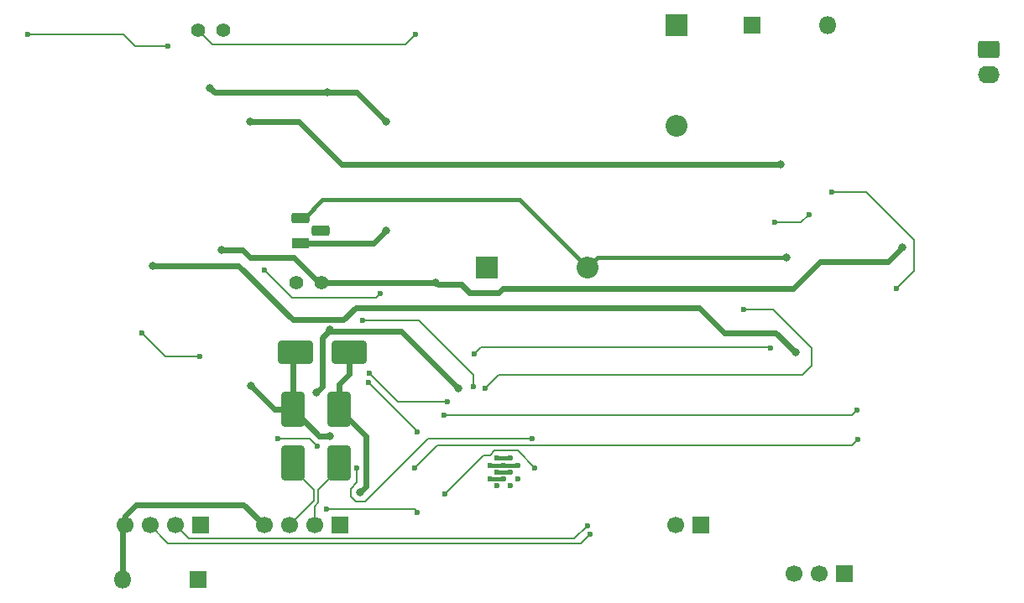
<source format=gbr>
%TF.GenerationSoftware,KiCad,Pcbnew,9.0.1*%
%TF.CreationDate,2025-05-10T22:15:22+02:00*%
%TF.ProjectId,Workcross-ReverseCam,576f726b-6372-46f7-9373-2d5265766572,rev?*%
%TF.SameCoordinates,Original*%
%TF.FileFunction,Copper,L1,Top*%
%TF.FilePolarity,Positive*%
%FSLAX46Y46*%
G04 Gerber Fmt 4.6, Leading zero omitted, Abs format (unit mm)*
G04 Created by KiCad (PCBNEW 9.0.1) date 2025-05-10 22:15:22*
%MOMM*%
%LPD*%
G01*
G04 APERTURE LIST*
G04 Aperture macros list*
%AMRoundRect*
0 Rectangle with rounded corners*
0 $1 Rounding radius*
0 $2 $3 $4 $5 $6 $7 $8 $9 X,Y pos of 4 corners*
0 Add a 4 corners polygon primitive as box body*
4,1,4,$2,$3,$4,$5,$6,$7,$8,$9,$2,$3,0*
0 Add four circle primitives for the rounded corners*
1,1,$1+$1,$2,$3*
1,1,$1+$1,$4,$5*
1,1,$1+$1,$6,$7*
1,1,$1+$1,$8,$9*
0 Add four rect primitives between the rounded corners*
20,1,$1+$1,$2,$3,$4,$5,0*
20,1,$1+$1,$4,$5,$6,$7,0*
20,1,$1+$1,$6,$7,$8,$9,0*
20,1,$1+$1,$8,$9,$2,$3,0*%
G04 Aperture macros list end*
%TA.AperFunction,SMDPad,CuDef*%
%ADD10RoundRect,0.250000X0.900000X-1.500000X0.900000X1.500000X-0.900000X1.500000X-0.900000X-1.500000X0*%
%TD*%
%TA.AperFunction,SMDPad,CuDef*%
%ADD11RoundRect,0.250000X-0.900000X1.500000X-0.900000X-1.500000X0.900000X-1.500000X0.900000X1.500000X0*%
%TD*%
%TA.AperFunction,SMDPad,CuDef*%
%ADD12RoundRect,0.250000X1.500000X0.900000X-1.500000X0.900000X-1.500000X-0.900000X1.500000X-0.900000X0*%
%TD*%
%TA.AperFunction,ComponentPad*%
%ADD13C,1.400000*%
%TD*%
%TA.AperFunction,ComponentPad*%
%ADD14R,1.700000X1.700000*%
%TD*%
%TA.AperFunction,ComponentPad*%
%ADD15C,1.700000*%
%TD*%
%TA.AperFunction,ComponentPad*%
%ADD16RoundRect,0.250000X-0.845000X0.620000X-0.845000X-0.620000X0.845000X-0.620000X0.845000X0.620000X0*%
%TD*%
%TA.AperFunction,ComponentPad*%
%ADD17O,2.190000X1.740000*%
%TD*%
%TA.AperFunction,ComponentPad*%
%ADD18R,1.800000X1.100000*%
%TD*%
%TA.AperFunction,ComponentPad*%
%ADD19RoundRect,0.275000X0.625000X-0.275000X0.625000X0.275000X-0.625000X0.275000X-0.625000X-0.275000X0*%
%TD*%
%TA.AperFunction,HeatsinkPad*%
%ADD20C,0.600000*%
%TD*%
%TA.AperFunction,ComponentPad*%
%ADD21R,2.200000X2.200000*%
%TD*%
%TA.AperFunction,ComponentPad*%
%ADD22O,2.200000X2.200000*%
%TD*%
%TA.AperFunction,ComponentPad*%
%ADD23R,1.800000X1.800000*%
%TD*%
%TA.AperFunction,ComponentPad*%
%ADD24O,1.800000X1.800000*%
%TD*%
%TA.AperFunction,ViaPad*%
%ADD25C,0.800000*%
%TD*%
%TA.AperFunction,ViaPad*%
%ADD26C,0.600000*%
%TD*%
%TA.AperFunction,Conductor*%
%ADD27C,0.600000*%
%TD*%
%TA.AperFunction,Conductor*%
%ADD28C,0.200000*%
%TD*%
%TA.AperFunction,Conductor*%
%ADD29C,0.400000*%
%TD*%
G04 APERTURE END LIST*
D10*
%TO.P,D5,1,A1*%
%TO.N,/Controller/ESP.ESP_USB_D+*%
X127300000Y-97700000D03*
%TO.P,D5,2,A2*%
%TO.N,GND*%
X127300000Y-92300000D03*
%TD*%
D11*
%TO.P,D6,1,A1*%
%TO.N,/USB/USB_CON_VCC*%
X132000000Y-92300000D03*
%TO.P,D6,2,A2*%
%TO.N,/Controller/ESP.ESP_USB_D-*%
X132000000Y-97700000D03*
%TD*%
D12*
%TO.P,D4,1,A1*%
%TO.N,/USB/USB_CON_VCC*%
X133000000Y-86500000D03*
%TO.P,D4,2,A2*%
%TO.N,GND*%
X127600000Y-86500000D03*
%TD*%
D13*
%TO.P,JP1,1,A*%
%TO.N,/Controller/ESP.IO4*%
X117750000Y-54000000D03*
%TO.P,JP1,2,B*%
%TO.N,+5V*%
X120290000Y-54000000D03*
%TD*%
%TO.P,JP2,1,A*%
%TO.N,+3V3*%
X130250000Y-79500000D03*
%TO.P,JP2,2,B*%
%TO.N,/Controller/ESP.IO5*%
X127710000Y-79500000D03*
%TD*%
D14*
%TO.P,J3,1,Pin_1*%
%TO.N,/GPIO/SW_5V_Cam_Out*%
X183000000Y-108885000D03*
D15*
%TO.P,J3,2,Pin_2*%
%TO.N,/GPIO/SW_3V3_LEDLight_Out*%
X180460000Y-108885000D03*
%TO.P,J3,3,Pin_3*%
%TO.N,GND*%
X177920000Y-108885000D03*
%TD*%
D14*
%TO.P,J2,1,Pin_1*%
%TO.N,/USB/USB_CON_VCC*%
X132040000Y-104000000D03*
D15*
%TO.P,J2,2,Pin_2*%
%TO.N,/Controller/ESP.ESP_USB_D-*%
X129500000Y-104000000D03*
%TO.P,J2,3,Pin_3*%
%TO.N,/Controller/ESP.ESP_USB_D+*%
X126960000Y-104000000D03*
%TO.P,J2,4,Pin_4*%
%TO.N,GND*%
X124420000Y-104000000D03*
%TD*%
D16*
%TO.P,J1,1,Pin_1*%
%TO.N,VBAT_12V*%
X197520000Y-56000000D03*
D17*
%TO.P,J1,2,Pin_2*%
%TO.N,GND_BAT*%
X197520000Y-58540000D03*
%TD*%
D18*
%TO.P,U6,1,GND*%
%TO.N,GND*%
X128100000Y-75500000D03*
D19*
%TO.P,U6,2,DQ*%
%TO.N,Net-(U6-DQ)*%
X130170000Y-74230000D03*
%TO.P,U6,3,V_{DD}*%
%TO.N,+5V*%
X128100000Y-72960000D03*
%TD*%
D20*
%TO.P,U1,41,GND*%
%TO.N,GND*%
X147200000Y-97930000D03*
X147200000Y-99330000D03*
X147900000Y-97230000D03*
X147900000Y-98630000D03*
X147900000Y-100030000D03*
X148600000Y-97930000D03*
X148600000Y-99330000D03*
X149300000Y-97230000D03*
X149300000Y-98630000D03*
X149300000Y-100030000D03*
X150000000Y-97930000D03*
X150000000Y-99330000D03*
%TD*%
D21*
%TO.P,D10,1,K*%
%TO.N,/Power Supply/REG_5V_IN*%
X146920000Y-78000000D03*
D22*
%TO.P,D10,2,A*%
%TO.N,+5V*%
X157080000Y-78000000D03*
%TD*%
D21*
%TO.P,D9,1,K*%
%TO.N,/Power Supply/REG_12V_IN*%
X166000000Y-53500000D03*
D22*
%TO.P,D9,2,A*%
%TO.N,+12V*%
X166000000Y-63660000D03*
%TD*%
D14*
%TO.P,J4,1,Pin_1*%
%TO.N,+3V3*%
X118040000Y-104000000D03*
D15*
%TO.P,J4,2,Pin_2*%
%TO.N,/Controller/ESP.ESP_RxD*%
X115500000Y-104000000D03*
%TO.P,J4,3,Pin_3*%
%TO.N,/Controller/ESP.ESP_TxD*%
X112960000Y-104000000D03*
%TO.P,J4,4,Pin_4*%
%TO.N,GND*%
X110420000Y-104000000D03*
%TD*%
D23*
%TO.P,D8,1,K*%
%TO.N,+12V*%
X173690000Y-53500000D03*
D24*
%TO.P,D8,2,A*%
%TO.N,GND*%
X181310000Y-53500000D03*
%TD*%
D23*
%TO.P,D13,1,K*%
%TO.N,/USB/USB_CON_VCC*%
X117810000Y-109500000D03*
D24*
%TO.P,D13,2,A*%
%TO.N,GND*%
X110190000Y-109500000D03*
%TD*%
D14*
%TO.P,J5,1,Pin_1*%
%TO.N,/CAN/CAN+*%
X168500000Y-104000000D03*
D15*
%TO.P,J5,2,Pin_2*%
%TO.N,/CAN/CAN-*%
X165960000Y-104000000D03*
%TD*%
D25*
%TO.N,GND*%
X136714000Y-74239000D03*
%TO.N,+3V3*%
X129690203Y-90625000D03*
%TO.N,GND*%
X123100000Y-89900000D03*
X131100000Y-95000000D03*
X118950000Y-59825000D03*
X130850000Y-60300000D03*
%TO.N,/GPIO/SW_5V_Cam_Out*%
X123050000Y-63225000D03*
X176549650Y-67600350D03*
%TO.N,/GPIO/SW_3V3_LEDLight_Out*%
X113225000Y-77825000D03*
%TO.N,+3V3*%
X120125000Y-76175000D03*
X188775000Y-75950000D03*
X141775000Y-79500000D03*
D26*
%TO.N,/Controller/GPIO0*%
X125833000Y-95254600D03*
X151478000Y-95276300D03*
X129766000Y-95995400D03*
X133810000Y-98249900D03*
%TO.N,Net-(Q3-B)*%
X100552000Y-54476900D03*
X114700000Y-55641400D03*
%TO.N,Net-(D15-A)*%
X117950000Y-87000000D03*
X112066000Y-84609500D03*
D25*
%TO.N,/GPIO/SW_3V3_LEDLight_Out*%
X178052000Y-86577100D03*
%TO.N,/USB/USB_CON_VCC*%
X134096000Y-100700000D03*
D26*
%TO.N,/Controller/ESP.IO6*%
X181690000Y-70382800D03*
X184317000Y-95331700D03*
X188175000Y-80125000D03*
X139634000Y-98206700D03*
D25*
%TO.N,+3V3*%
X131100000Y-84264700D03*
X144016000Y-90147200D03*
D26*
%TO.N,/Controller/ESP.IO8*%
X175975000Y-73450000D03*
X184202000Y-92413500D03*
X142622000Y-92856700D03*
X179400000Y-72650000D03*
%TO.N,/Controller/ESP.IO5*%
X142651000Y-100826000D03*
X134350000Y-83300000D03*
X145582000Y-90003800D03*
X151766000Y-98235900D03*
%TO.N,/Controller/ESP.ESP_RxD*%
X157051000Y-104037000D03*
%TO.N,/Controller/ESP.IO4*%
X139667000Y-54476900D03*
X135077000Y-88679700D03*
X142958000Y-91531800D03*
%TO.N,/Controller/ESP.IO10*%
X146762000Y-90147200D03*
X172812000Y-82217400D03*
%TO.N,/Controller/ESP.ESP_TxD*%
X157277000Y-104929000D03*
%TO.N,/Controller/CHIP_PU*%
X130764000Y-102392000D03*
X139864000Y-102677000D03*
%TO.N,/Controller/ESP.IO7*%
X136176000Y-80600000D03*
X134965000Y-89564800D03*
X124468000Y-78243100D03*
X139884000Y-94580900D03*
%TO.N,/Controller/ESP.IO9*%
X145655000Y-86695400D03*
X175533000Y-86118600D03*
D25*
%TO.N,+5V*%
X177151000Y-76992900D03*
%TO.N,GND*%
X136714000Y-63231500D03*
%TD*%
D27*
%TO.N,+3V3*%
X187350000Y-77375000D02*
X188775000Y-75950000D01*
X177825000Y-80100000D02*
X180550000Y-77375000D01*
X148075000Y-80500000D02*
X148475000Y-80100000D01*
X145125000Y-80500000D02*
X148075000Y-80500000D01*
X144325000Y-79700000D02*
X145125000Y-80500000D01*
X141975000Y-79700000D02*
X144325000Y-79700000D01*
X141775000Y-79500000D02*
X141975000Y-79700000D01*
X141775000Y-79500000D02*
X130250000Y-79500000D01*
X148475000Y-80100000D02*
X177825000Y-80100000D01*
X180550000Y-77375000D02*
X187350000Y-77375000D01*
%TO.N,GND*%
X135453000Y-75500000D02*
X128500000Y-75500000D01*
X136714000Y-74239000D02*
X135453000Y-75500000D01*
%TO.N,+3V3*%
X130300000Y-85064700D02*
X131100000Y-84264700D01*
X130300000Y-90015203D02*
X130300000Y-85064700D01*
X129690203Y-90625000D02*
X130300000Y-90015203D01*
X144015900Y-90147200D02*
X144016000Y-90147200D01*
X138268700Y-84400000D02*
X144015900Y-90147200D01*
X131275000Y-84400000D02*
X138268700Y-84400000D01*
X131139700Y-84264700D02*
X131275000Y-84400000D01*
X131100000Y-84264700D02*
X131139700Y-84264700D01*
D28*
%TO.N,/Controller/ESP.IO4*%
X138693900Y-55450000D02*
X119200000Y-55450000D01*
X139667000Y-54476900D02*
X138693900Y-55450000D01*
X119200000Y-55450000D02*
X117750000Y-54000000D01*
%TO.N,/Controller/ESP.IO5*%
X145582000Y-88868000D02*
X145582000Y-90003800D01*
X145582000Y-88857000D02*
X145582000Y-90003800D01*
X134350000Y-83300000D02*
X140025000Y-83300000D01*
X140025000Y-83300000D02*
X145582000Y-88857000D01*
D27*
%TO.N,/USB/USB_CON_VCC*%
X132000000Y-89750000D02*
X132000000Y-92300000D01*
X133000000Y-88750000D02*
X132000000Y-89750000D01*
X133000000Y-86500000D02*
X133000000Y-88750000D01*
X134742000Y-100053000D02*
X134096000Y-100700000D01*
X134742000Y-95042000D02*
X134742000Y-100053000D01*
X132000000Y-92300000D02*
X134742000Y-95042000D01*
D28*
%TO.N,/Controller/ESP.IO10*%
X148109200Y-88800000D02*
X146762000Y-90147200D01*
X178725000Y-88800000D02*
X148109200Y-88800000D01*
X175767400Y-82217400D02*
X179675000Y-86125000D01*
X179675000Y-86125000D02*
X179675000Y-87850000D01*
X172812000Y-82217400D02*
X175767400Y-82217400D01*
X179675000Y-87850000D02*
X178725000Y-88800000D01*
%TO.N,/Controller/ESP.IO9*%
X175464400Y-86050000D02*
X146300400Y-86050000D01*
X146300400Y-86050000D02*
X145655000Y-86695400D01*
X175533000Y-86118600D02*
X175464400Y-86050000D01*
%TO.N,/Controller/ESP.IO6*%
X183190600Y-70375000D02*
X183182800Y-70382800D01*
X189975000Y-75200000D02*
X185150000Y-70375000D01*
X183182800Y-70382800D02*
X181690000Y-70382800D01*
X188175000Y-80125000D02*
X188187500Y-80137500D01*
X188187500Y-80137500D02*
X189975000Y-78350000D01*
X189975000Y-78350000D02*
X189975000Y-75200000D01*
X185150000Y-70375000D02*
X183190600Y-70375000D01*
%TO.N,/Controller/ESP.IO8*%
X178600000Y-73450000D02*
X179400000Y-72650000D01*
X175975000Y-73450000D02*
X178600000Y-73450000D01*
D27*
%TO.N,GND*%
X111525000Y-101950000D02*
X110420000Y-103055000D01*
X110420000Y-103055000D02*
X110420000Y-104000000D01*
X122370000Y-101950000D02*
X111525000Y-101950000D01*
X124420000Y-104000000D02*
X122370000Y-101950000D01*
X125500000Y-92300000D02*
X123100000Y-89900000D01*
X127300000Y-92300000D02*
X125500000Y-92300000D01*
X127300000Y-86800000D02*
X127600000Y-86500000D01*
X127300000Y-92300000D02*
X127300000Y-86800000D01*
X130000000Y-95000000D02*
X127300000Y-92300000D01*
X131100000Y-95000000D02*
X130000000Y-95000000D01*
X110190000Y-104230000D02*
X110420000Y-104000000D01*
X110190000Y-109500000D02*
X110190000Y-104230000D01*
D28*
%TO.N,Net-(Q3-B)*%
X110217000Y-54476900D02*
X100552000Y-54476900D01*
X111381500Y-55641400D02*
X110217000Y-54476900D01*
X114700000Y-55641400D02*
X111381500Y-55641400D01*
D27*
%TO.N,GND*%
X119425000Y-60300000D02*
X118950000Y-59825000D01*
X120500000Y-60300000D02*
X119425000Y-60300000D01*
X130850000Y-60300000D02*
X120500000Y-60300000D01*
X130836700Y-60313300D02*
X130850000Y-60300000D01*
X130836700Y-60313300D02*
X133796000Y-60313300D01*
X133796000Y-60313300D02*
X136714000Y-63231500D01*
%TO.N,/GPIO/SW_5V_Cam_Out*%
X123665000Y-63225000D02*
X123050000Y-63225000D01*
X123670000Y-63230000D02*
X123665000Y-63225000D01*
X123670000Y-63231500D02*
X123670000Y-63230000D01*
X127906500Y-63231500D02*
X123670000Y-63231500D01*
X173650350Y-67600350D02*
X173650000Y-67600000D01*
X132275000Y-67600000D02*
X127906500Y-63231500D01*
X176549650Y-67600350D02*
X173650350Y-67600350D01*
X173650000Y-67600000D02*
X132275000Y-67600000D01*
%TO.N,+3V3*%
X129975000Y-79500000D02*
X130250000Y-79500000D01*
X122300000Y-76175000D02*
X123051700Y-76926700D01*
X123051700Y-76926700D02*
X127401700Y-76926700D01*
X127401700Y-76926700D02*
X129975000Y-79500000D01*
X120125000Y-76175000D02*
X122300000Y-76175000D01*
%TO.N,/GPIO/SW_3V3_LEDLight_Out*%
X113222500Y-77822500D02*
X113225000Y-77825000D01*
X113222000Y-77822500D02*
X113222500Y-77822500D01*
D28*
%TO.N,Net-(D15-A)*%
X117950000Y-87000000D02*
X114456500Y-87000000D01*
X114456500Y-87000000D02*
X112066000Y-84609500D01*
%TO.N,/Controller/GPIO0*%
X140989000Y-95276300D02*
X151478000Y-95276300D01*
X134626000Y-101639000D02*
X140989000Y-95276300D01*
X133700000Y-101639000D02*
X134626000Y-101639000D01*
X133183000Y-101122000D02*
X133700000Y-101639000D01*
X133183000Y-100319000D02*
X133183000Y-101122000D01*
X133810000Y-99692100D02*
X133183000Y-100319000D01*
X133810000Y-98249900D02*
X133810000Y-99692100D01*
X129025000Y-95254600D02*
X125833000Y-95254600D01*
X129766000Y-95995400D02*
X129025000Y-95254600D01*
D27*
%TO.N,/GPIO/SW_3V3_LEDLight_Out*%
X121876000Y-77822500D02*
X113222000Y-77822500D01*
X127319000Y-83264700D02*
X121876000Y-77822500D01*
X132435000Y-83264700D02*
X127319000Y-83264700D01*
X133650000Y-82050000D02*
X132435000Y-83264700D01*
X168350000Y-82050000D02*
X133650000Y-82050000D01*
X170850000Y-84550000D02*
X168350000Y-82050000D01*
X176025000Y-84550000D02*
X170850000Y-84550000D01*
X178052000Y-86577100D02*
X176025000Y-84550000D01*
D28*
%TO.N,/Controller/ESP.IO6*%
X141929000Y-95911500D02*
X139634000Y-98206700D01*
X183737000Y-95911500D02*
X141929000Y-95911500D01*
X184317000Y-95331700D02*
X183737000Y-95911500D01*
%TO.N,/Controller/ESP.IO8*%
X183759000Y-92856700D02*
X184202000Y-92413500D01*
X142622000Y-92856700D02*
X183759000Y-92856700D01*
%TO.N,/Controller/ESP.IO5*%
X150003000Y-96472700D02*
X151766000Y-98235900D01*
X147665000Y-96472700D02*
X150003000Y-96472700D01*
X147198000Y-96939400D02*
X147665000Y-96472700D01*
X147198000Y-96939500D02*
X147198000Y-96939400D01*
X146537000Y-96939500D02*
X147198000Y-96939500D01*
X142651000Y-100826000D02*
X146537000Y-96939500D01*
%TO.N,/Controller/ESP.ESP_RxD*%
X116863000Y-105363000D02*
X115500000Y-104000000D01*
X155726000Y-105363000D02*
X116863000Y-105363000D01*
X157051000Y-104037000D02*
X155726000Y-105363000D01*
%TO.N,/Controller/ESP.IO4*%
X137929000Y-91531800D02*
X142958000Y-91531800D01*
X135077000Y-88679700D02*
X137929000Y-91531800D01*
%TO.N,/Controller/ESP.ESP_TxD*%
X156404000Y-105803000D02*
X157277000Y-104929000D01*
X114763000Y-105803000D02*
X156404000Y-105803000D01*
X112960000Y-104000000D02*
X114763000Y-105803000D01*
%TO.N,/Controller/CHIP_PU*%
X139579000Y-102392000D02*
X139864000Y-102677000D01*
X130764000Y-102392000D02*
X139579000Y-102392000D01*
%TO.N,/Controller/ESP.IO7*%
X139884000Y-94483900D02*
X134965000Y-89564800D01*
X139884000Y-94580900D02*
X139884000Y-94483900D01*
X127276000Y-81050700D02*
X124468000Y-78243100D01*
X135725000Y-81050700D02*
X127276000Y-81050700D01*
X136176000Y-80600000D02*
X135725000Y-81050700D01*
%TO.N,/Controller/ESP.ESP_USB_D-*%
X132000000Y-98300000D02*
X132000000Y-97700000D01*
X129875000Y-100425000D02*
X132000000Y-98300000D01*
X129875000Y-101721000D02*
X129875000Y-100425000D01*
X129500000Y-102096000D02*
X129875000Y-101721000D01*
X129500000Y-104000000D02*
X129500000Y-102096000D01*
%TO.N,/Controller/ESP.ESP_USB_D+*%
X127300000Y-98300000D02*
X127300000Y-97700000D01*
X129425000Y-100425000D02*
X127300000Y-98300000D01*
X129425000Y-101535000D02*
X129425000Y-100425000D01*
X126960000Y-104000000D02*
X129425000Y-101535000D01*
D29*
%TO.N,+5V*%
X130310000Y-71150000D02*
X128500000Y-72960000D01*
X150230000Y-71150000D02*
X130310000Y-71150000D01*
X157080000Y-78000000D02*
X150230000Y-71150000D01*
X158087000Y-76992900D02*
X157080000Y-78000000D01*
X177151000Y-76992900D02*
X158087000Y-76992900D01*
%TO.N,GND*%
X147200000Y-97930000D02*
X148600000Y-97930000D01*
X147900000Y-97230000D02*
X149300000Y-97230000D01*
X148600000Y-99330000D02*
X147200000Y-99330000D01*
X147900000Y-98630000D02*
X149300000Y-98630000D01*
X150000000Y-97930000D02*
X148600000Y-97930000D01*
%TD*%
M02*

</source>
